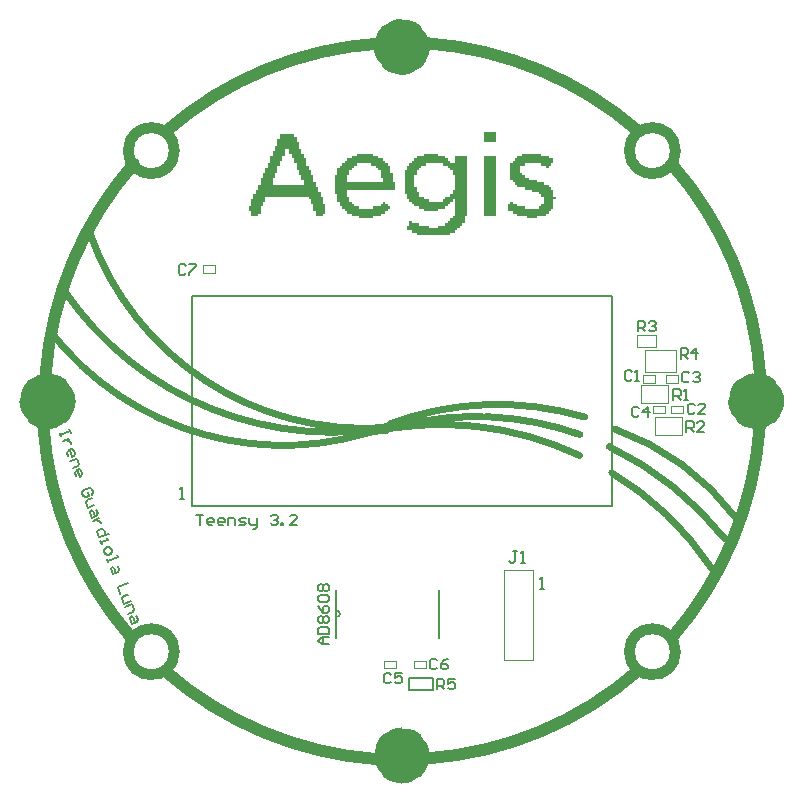
<source format=gto>
G04*
G04 #@! TF.GenerationSoftware,Altium Limited,Altium Designer,19.1.5 (86)*
G04*
G04 Layer_Color=65535*
%FSLAX25Y25*%
%MOIN*%
G70*
G01*
G75*
%ADD10C,0.03583*%
%ADD11C,0.03937*%
%ADD12C,0.02756*%
%ADD13C,0.02362*%
%ADD14C,0.15748*%
%ADD15C,0.00787*%
%ADD16C,0.01575*%
%ADD17C,0.00394*%
%ADD18C,0.00591*%
%ADD19C,0.00669*%
G36*
X-35846Y88148D02*
X-35046D01*
Y87348D01*
Y86548D01*
X-34246D01*
Y85748D01*
Y84948D01*
Y84148D01*
X-33446D01*
Y83348D01*
Y82548D01*
X-32646D01*
Y81748D01*
Y80948D01*
X-31846D01*
Y80148D01*
Y79348D01*
Y78548D01*
X-31046D01*
Y77748D01*
Y76948D01*
X-30246D01*
Y76148D01*
Y75348D01*
X-29446D01*
Y74548D01*
Y73748D01*
Y72948D01*
X-28646D01*
Y72148D01*
Y71348D01*
X-27846D01*
Y70548D01*
Y69748D01*
X-27046D01*
Y68948D01*
Y68148D01*
X-26246D01*
Y67348D01*
Y66548D01*
Y65748D01*
X-25446D01*
Y64948D01*
Y64148D01*
Y63348D01*
Y62548D01*
X-26246D01*
Y61748D01*
X-28646D01*
Y62548D01*
Y63348D01*
X-29446D01*
Y64148D01*
Y64948D01*
Y65748D01*
X-30246D01*
Y66548D01*
Y67348D01*
X-31046D01*
Y68148D01*
X-45446D01*
Y67348D01*
Y66548D01*
X-46246D01*
Y65748D01*
Y64948D01*
X-47046D01*
Y64148D01*
Y63348D01*
Y62548D01*
X-47846D01*
Y61748D01*
X-50246D01*
Y62548D01*
Y63348D01*
X-51046D01*
Y64148D01*
Y64948D01*
X-50246D01*
Y65748D01*
Y66548D01*
Y67348D01*
X-49446D01*
Y68148D01*
Y68948D01*
X-48646D01*
Y69748D01*
Y70548D01*
X-47846D01*
Y71348D01*
Y72148D01*
X-47046D01*
Y72948D01*
Y73748D01*
Y74548D01*
X-46246D01*
Y75348D01*
Y76148D01*
X-45446D01*
Y76948D01*
Y77748D01*
X-44646D01*
Y78548D01*
Y79348D01*
X-43846D01*
Y80148D01*
Y80948D01*
Y81748D01*
X-43046D01*
Y82548D01*
Y83348D01*
X-42246D01*
Y84148D01*
Y84948D01*
X-41446D01*
Y85748D01*
Y86548D01*
Y87348D01*
X-40646D01*
Y88148D01*
Y88948D01*
X-35846D01*
Y88148D01*
D02*
G37*
G36*
X-9446Y81748D02*
X-7846D01*
Y80948D01*
X-6246D01*
Y80148D01*
X-5446D01*
Y79348D01*
X-4646D01*
Y78548D01*
X-3846D01*
Y77748D01*
Y76948D01*
Y76148D01*
X-3046D01*
Y75348D01*
Y74548D01*
Y73748D01*
Y72948D01*
X-2246D01*
Y72148D01*
Y71348D01*
Y70548D01*
X-18246D01*
Y69748D01*
Y68948D01*
Y68148D01*
X-17446D01*
Y67348D01*
Y66548D01*
X-16646D01*
Y65748D01*
X-15846D01*
Y64948D01*
X-14246D01*
Y64148D01*
X-9446D01*
Y64948D01*
X-7046D01*
Y65748D01*
X-6246D01*
Y66548D01*
X-5446D01*
Y65748D01*
X-4646D01*
Y64948D01*
X-3846D01*
Y64148D01*
X-4646D01*
Y63348D01*
X-5446D01*
Y62548D01*
X-7046D01*
Y61748D01*
X-9446D01*
Y60948D01*
X-14246D01*
Y61748D01*
X-16646D01*
Y62548D01*
X-18246D01*
Y63348D01*
X-19046D01*
Y64148D01*
X-19846D01*
Y64948D01*
X-20646D01*
Y65748D01*
Y66548D01*
X-21446D01*
Y67348D01*
Y68148D01*
Y68948D01*
X-22246D01*
Y69748D01*
Y70548D01*
Y71348D01*
Y72148D01*
Y72948D01*
Y73748D01*
Y74548D01*
Y75348D01*
X-21446D01*
Y76148D01*
Y76948D01*
Y77748D01*
X-20646D01*
Y78548D01*
X-19846D01*
Y79348D01*
X-19046D01*
Y80148D01*
X-18246D01*
Y80948D01*
X-16646D01*
Y81748D01*
X-15046D01*
Y82548D01*
X-9446D01*
Y81748D01*
D02*
G37*
G36*
X12154D02*
X14554D01*
Y80948D01*
X15354D01*
Y80148D01*
X16154D01*
Y79348D01*
X17754D01*
Y80148D01*
Y80948D01*
Y81748D01*
X21754D01*
Y80948D01*
Y80148D01*
Y79348D01*
Y78548D01*
Y77748D01*
Y76948D01*
Y76148D01*
Y75348D01*
Y74548D01*
Y73748D01*
Y72948D01*
Y72148D01*
Y71348D01*
Y70548D01*
Y69748D01*
Y68948D01*
Y68148D01*
Y67348D01*
Y66548D01*
Y65748D01*
Y64948D01*
Y64148D01*
Y63348D01*
Y62548D01*
Y61748D01*
X20954D01*
Y60948D01*
Y60148D01*
Y59348D01*
X20154D01*
Y58548D01*
X19354D01*
Y57748D01*
X18554D01*
Y56948D01*
X17754D01*
Y56148D01*
X16154D01*
Y55348D01*
X4954D01*
Y56148D01*
X3354D01*
Y56948D01*
X1754D01*
Y57748D01*
Y58548D01*
X2554D01*
Y59348D01*
Y60148D01*
X3354D01*
Y59348D01*
X5754D01*
Y58548D01*
X8954D01*
Y57748D01*
X12154D01*
Y58548D01*
X14554D01*
Y59348D01*
X15354D01*
Y60148D01*
X16154D01*
Y60948D01*
X16954D01*
Y61748D01*
X17754D01*
Y62548D01*
Y63348D01*
Y64148D01*
Y64948D01*
Y65748D01*
Y66548D01*
Y67348D01*
X16954D01*
Y66548D01*
X16154D01*
Y65748D01*
X15354D01*
Y64948D01*
X14554D01*
Y64148D01*
X12154D01*
Y63348D01*
X7354D01*
Y64148D01*
X5754D01*
Y64948D01*
X4154D01*
Y65748D01*
X3354D01*
Y66548D01*
X2554D01*
Y67348D01*
X1754D01*
Y68148D01*
Y68948D01*
X954D01*
Y69748D01*
Y70548D01*
Y71348D01*
Y72148D01*
Y72948D01*
Y73748D01*
Y74548D01*
Y75348D01*
Y76148D01*
Y76948D01*
X1754D01*
Y77748D01*
Y78548D01*
X2554D01*
Y79348D01*
X3354D01*
Y80148D01*
X4154D01*
Y80948D01*
X4954D01*
Y81748D01*
X7354D01*
Y82548D01*
X12154D01*
Y81748D01*
D02*
G37*
G36*
X31354Y80948D02*
Y80148D01*
Y79348D01*
Y78548D01*
Y77748D01*
Y76948D01*
Y76148D01*
Y75348D01*
Y74548D01*
Y73748D01*
Y72948D01*
Y72148D01*
Y71348D01*
Y70548D01*
Y69748D01*
Y68948D01*
Y68148D01*
Y67348D01*
Y66548D01*
Y65748D01*
Y64948D01*
Y64148D01*
Y63348D01*
Y62548D01*
Y61748D01*
X27354D01*
Y62548D01*
Y63348D01*
Y64148D01*
Y64948D01*
Y65748D01*
Y66548D01*
Y67348D01*
Y68148D01*
Y68948D01*
Y69748D01*
Y70548D01*
Y71348D01*
Y72148D01*
Y72948D01*
Y73748D01*
Y74548D01*
Y75348D01*
Y76148D01*
Y76948D01*
Y77748D01*
Y78548D01*
Y79348D01*
Y80148D01*
Y80948D01*
Y81748D01*
X31354D01*
Y80948D01*
D02*
G37*
G36*
X46554Y81748D02*
X48954D01*
Y80948D01*
X50554D01*
Y80148D01*
Y79348D01*
X49754D01*
Y78548D01*
X48954D01*
Y77748D01*
X48154D01*
Y78548D01*
X46554D01*
Y79348D01*
X40954D01*
Y78548D01*
X39354D01*
Y77748D01*
Y76948D01*
Y76148D01*
X40154D01*
Y75348D01*
X40954D01*
Y74548D01*
X42554D01*
Y73748D01*
X44954D01*
Y72948D01*
X47354D01*
Y72148D01*
X48954D01*
Y71348D01*
X49754D01*
Y70548D01*
X50554D01*
Y69748D01*
Y68948D01*
Y68148D01*
X51354D01*
Y67348D01*
X50554D01*
Y66548D01*
Y65748D01*
Y64948D01*
Y64148D01*
X49754D01*
Y63348D01*
X48954D01*
Y62548D01*
X48154D01*
Y61748D01*
X44954D01*
Y60948D01*
X41754D01*
Y61748D01*
X38554D01*
Y62548D01*
X36954D01*
Y63348D01*
X35354D01*
Y64148D01*
Y64948D01*
Y65748D01*
X36154D01*
Y66548D01*
X36954D01*
Y65748D01*
X38554D01*
Y64948D01*
X40954D01*
Y64148D01*
X45754D01*
Y64948D01*
X46554D01*
Y65748D01*
X47354D01*
Y66548D01*
Y67348D01*
Y68148D01*
X46554D01*
Y68948D01*
X45754D01*
Y69748D01*
X43354D01*
Y70548D01*
X40954D01*
Y71348D01*
X38554D01*
Y72148D01*
X37754D01*
Y72948D01*
X36954D01*
Y73748D01*
X36154D01*
Y74548D01*
Y75348D01*
Y76148D01*
Y76948D01*
Y77748D01*
Y78548D01*
Y79348D01*
X36954D01*
Y80148D01*
X37754D01*
Y80948D01*
X38554D01*
Y81748D01*
X40154D01*
Y82548D01*
X46554D01*
Y81748D01*
D02*
G37*
G36*
X31354Y88948D02*
Y88148D01*
Y87348D01*
Y86548D01*
X27354D01*
Y87348D01*
Y88148D01*
Y88948D01*
Y89748D01*
X31354D01*
Y88948D01*
D02*
G37*
%LPC*%
G36*
X-37446Y84148D02*
X-39046D01*
Y83348D01*
Y82548D01*
Y81748D01*
X-39846D01*
Y80948D01*
Y80148D01*
X-40646D01*
Y79348D01*
Y78548D01*
X-41446D01*
Y77748D01*
Y76948D01*
Y76148D01*
X-42246D01*
Y75348D01*
Y74548D01*
X-43046D01*
Y73748D01*
Y72948D01*
Y72148D01*
X-32646D01*
Y72948D01*
Y73748D01*
X-33446D01*
Y74548D01*
Y75348D01*
X-34246D01*
Y76148D01*
Y76948D01*
X-35046D01*
Y77748D01*
Y78548D01*
Y79348D01*
X-35846D01*
Y80148D01*
Y80948D01*
X-36646D01*
Y81748D01*
Y82548D01*
X-37446D01*
Y83348D01*
Y84148D01*
D02*
G37*
G36*
X-10246Y79348D02*
X-15046D01*
Y78548D01*
X-15846D01*
Y77748D01*
X-16646D01*
Y76948D01*
X-17446D01*
Y76148D01*
Y75348D01*
X-18246D01*
Y74548D01*
Y73748D01*
Y72948D01*
X-6246D01*
Y73748D01*
Y74548D01*
X-7046D01*
Y75348D01*
Y76148D01*
Y76948D01*
X-7846D01*
Y77748D01*
X-8646D01*
Y78548D01*
X-10246D01*
Y79348D01*
D02*
G37*
G36*
X13754D02*
X8154D01*
Y78548D01*
X6554D01*
Y77748D01*
X5754D01*
Y76948D01*
X4954D01*
Y76148D01*
Y75348D01*
X4154D01*
Y74548D01*
Y73748D01*
Y72948D01*
Y72148D01*
Y71348D01*
X4954D01*
Y70548D01*
Y69748D01*
X5754D01*
Y68948D01*
Y68148D01*
X7354D01*
Y67348D01*
X8954D01*
Y66548D01*
X13754D01*
Y67348D01*
X14554D01*
Y68148D01*
X16154D01*
Y68948D01*
X16954D01*
Y69748D01*
Y70548D01*
X17754D01*
Y71348D01*
Y72148D01*
Y72948D01*
Y73748D01*
Y74548D01*
Y75348D01*
X16954D01*
Y76148D01*
Y76948D01*
X16154D01*
Y77748D01*
X15354D01*
Y78548D01*
X13754D01*
Y79348D01*
D02*
G37*
%LPD*%
D10*
X-75839Y83517D02*
G03*
X-75839Y83517I-7677J0D01*
G01*
X91194D02*
G03*
X91194Y83517I-7677J0D01*
G01*
Y-83517D02*
G03*
X91194Y-83517I-7677J0D01*
G01*
X-75839D02*
G03*
X-75839Y-83517I-7677J0D01*
G01*
D11*
X119445Y8730D02*
G03*
X90180Y78809I-119445J-8730D01*
G01*
X-119445Y-8730D02*
G03*
X-90180Y-78809I119445J8730D01*
G01*
X8730Y-119051D02*
G03*
X78809Y-89786I-8730J119445D01*
G01*
X-78956Y-89908D02*
G03*
X-8661Y-119291I79346J91045D01*
G01*
X-7619Y119207D02*
G03*
X-78119Y90364I7619J-119207D01*
G01*
X-89370Y79134D02*
G03*
X-118754Y8840I91045J-79346D01*
G01*
X78956Y89908D02*
G03*
X8661Y119291I-79346J-91045D01*
G01*
X89908Y-78956D02*
G03*
X119291Y-8661I-91045J79346D01*
G01*
D12*
X-78956Y-89908D02*
G03*
X-8661Y-119291I79346J91045D01*
G01*
D13*
X103150Y-55512D02*
G03*
X70000Y-23908I-87114J-58186D01*
G01*
X107480Y-45669D02*
G03*
X69190Y-15172I-85951J-68629D01*
G01*
X111540Y-39142D02*
G03*
X70929Y-9272I-69481J-51924D01*
G01*
X-117376Y23544D02*
G03*
X-3543Y-7874I77809J59989D01*
G01*
X59190Y-18064D02*
G03*
X-11811Y-10630I-46187J-98353D01*
G01*
X-112813Y37256D02*
G03*
X745Y-7688I89711J60736D01*
G01*
X-103928Y55870D02*
G03*
X-5543Y-8850I91795J32402D01*
G01*
X60976Y-5289D02*
G03*
X-3840Y-7513I-29062J-98668D01*
G01*
X59351Y-11115D02*
G03*
X-787Y-8268I-34785J-98185D01*
G01*
D14*
X1575Y118110D02*
G03*
X1575Y118110I-1575J0D01*
G01*
Y-118110D02*
G03*
X1575Y-118110I-1575J0D01*
G01*
X-116535Y0D02*
G03*
X-116535Y0I-1575J0D01*
G01*
X119685D02*
G03*
X119685Y0I-1575J0D01*
G01*
D15*
X-21925Y-72116D02*
G03*
X-21925Y-69616I0J1250D01*
G01*
Y-78780D02*
Y-62953D01*
X12472Y-78780D02*
X12476Y-62953D01*
X70000Y-35000D02*
Y35000D01*
X-70000Y-35000D02*
X60394Y-35000D01*
X-70000Y-2500D02*
Y35000D01*
Y-35000D02*
Y-2500D01*
X60394Y-35000D02*
X70000D01*
X-70000Y35000D02*
X70000Y35000D01*
X46161Y-62697D02*
X47473D01*
X46817D01*
Y-58761D01*
X46161Y-59417D01*
X-74016Y-32677D02*
X-72704D01*
X-73360D01*
Y-28741D01*
X-74016Y-29397D01*
X11811Y-96063D02*
Y-92521D01*
X13582D01*
X14173Y-93111D01*
Y-94292D01*
X13582Y-94882D01*
X11811D01*
X12992D02*
X14173Y-96063D01*
X17715Y-92521D02*
X15353D01*
Y-94292D01*
X16534Y-93701D01*
X17124D01*
X17715Y-94292D01*
Y-95473D01*
X17124Y-96063D01*
X15944D01*
X15353Y-95473D01*
X38451Y-50001D02*
X37139D01*
X37795D01*
Y-53281D01*
X37139Y-53937D01*
X36483D01*
X35827Y-53281D01*
X39762Y-53937D02*
X41074D01*
X40418D01*
Y-50001D01*
X39762Y-50657D01*
X-72048Y45078D02*
X-72638Y45668D01*
X-73819D01*
X-74410Y45078D01*
Y42716D01*
X-73819Y42126D01*
X-72638D01*
X-72048Y42716D01*
X-70867Y45668D02*
X-68506D01*
Y45078D01*
X-70867Y42716D01*
Y42126D01*
X11810Y-86418D02*
X11220Y-85828D01*
X10039D01*
X9449Y-86418D01*
Y-88780D01*
X10039Y-89370D01*
X11220D01*
X11810Y-88780D01*
X15352Y-85828D02*
X14172Y-86418D01*
X12991Y-87599D01*
Y-88780D01*
X13581Y-89370D01*
X14762D01*
X15352Y-88780D01*
Y-88189D01*
X14762Y-87599D01*
X12991D01*
X-3544Y-91143D02*
X-4134Y-90552D01*
X-5315D01*
X-5906Y-91143D01*
Y-93504D01*
X-5315Y-94095D01*
X-4134D01*
X-3544Y-93504D01*
X-2Y-90552D02*
X-2363D01*
Y-92323D01*
X-1183Y-91733D01*
X-592D01*
X-2Y-92323D01*
Y-93504D01*
X-592Y-94095D01*
X-1773D01*
X-2363Y-93504D01*
D16*
X-6693Y-9843D02*
X-5118D01*
D17*
X34213Y-86417D02*
X43720D01*
X34213Y-56417D02*
X43720D01*
X34213Y-86417D02*
Y-56417D01*
X43720Y-86417D02*
Y-56417D01*
X-66220Y42795D02*
Y45394D01*
X-62126D01*
Y42795D02*
Y45394D01*
X-66220Y42795D02*
X-62126D01*
X78347Y18110D02*
X84646D01*
Y22047D01*
X78347D02*
X84646D01*
X78347Y18110D02*
Y22047D01*
X80905Y9646D02*
X91535D01*
Y17126D01*
X80905D02*
X91535D01*
X80905Y9646D02*
Y17126D01*
X8110Y-89095D02*
Y-86496D01*
X4016Y-89095D02*
X8110D01*
X4016D02*
Y-86496D01*
X8110D01*
X-5984Y-89095D02*
Y-86496D01*
X-1890D01*
Y-89095D02*
Y-86496D01*
X-5984Y-89095D02*
X-1890D01*
X84449Y-11220D02*
X93504D01*
Y-5315D01*
X84449D02*
X93504D01*
X84449Y-11220D02*
Y-5315D01*
X89685Y-4055D02*
Y-1457D01*
X93779D01*
Y-4055D02*
Y-1457D01*
X89685Y-4055D02*
X93779D01*
X83780D02*
Y-1457D01*
X87874D01*
Y-4055D02*
Y-1457D01*
X83780Y-4055D02*
X87874D01*
X79724Y-591D02*
Y5315D01*
X88779D01*
Y-591D02*
Y5315D01*
X79724Y-591D02*
X88779D01*
X88110Y6181D02*
Y8779D01*
X92205D01*
Y6181D02*
Y8779D01*
X88110Y6181D02*
X92205D01*
X84331D02*
Y8779D01*
X80236Y6181D02*
X84331D01*
X80236D02*
Y8779D01*
X84331D01*
D18*
X2402Y-96142D02*
Y-92126D01*
X10236D01*
Y-96142D02*
Y-92126D01*
X2402Y-96142D02*
X10236D01*
D19*
X-110785Y-9370D02*
X-110367Y-10475D01*
X-110576Y-9922D01*
X-113889Y-11177D01*
X-114098Y-10625D01*
X-113679Y-11729D01*
X-110844Y-12549D02*
X-113052Y-13385D01*
X-111948Y-12967D01*
X-111187Y-13310D01*
X-110425Y-13653D01*
X-110216Y-14205D01*
X-111170Y-18354D02*
X-111588Y-17250D01*
X-111245Y-16489D01*
X-110141Y-16071D01*
X-109380Y-16413D01*
X-108962Y-17518D01*
X-109305Y-18279D01*
X-109857Y-18488D01*
X-110693Y-16280D01*
X-110543Y-20010D02*
X-108334Y-19174D01*
X-107707Y-20830D01*
X-108050Y-21591D01*
X-109706Y-22219D01*
X-108660Y-24979D02*
X-109079Y-23875D01*
X-108736Y-23114D01*
X-107632Y-22695D01*
X-106870Y-23039D01*
X-106452Y-24143D01*
X-106795Y-24904D01*
X-107347Y-25113D01*
X-108184Y-22905D01*
X-103182Y-31111D02*
X-102839Y-30349D01*
X-103257Y-29245D01*
X-104018Y-28902D01*
X-106226Y-29739D01*
X-106569Y-30500D01*
X-106151Y-31604D01*
X-105390Y-31947D01*
X-104286Y-31529D01*
X-104704Y-30425D01*
X-103315Y-32424D02*
X-104972Y-33051D01*
X-105315Y-33812D01*
X-104687Y-35469D01*
X-102479Y-34632D01*
X-101851Y-36288D02*
X-101433Y-37393D01*
X-101776Y-38154D01*
X-103433Y-38781D01*
X-104060Y-37125D01*
X-103717Y-36364D01*
X-102956Y-36707D01*
X-102328Y-38363D01*
X-100806Y-39049D02*
X-103014Y-39885D01*
X-101910Y-39467D01*
X-101149Y-39810D01*
X-100388Y-40153D01*
X-100179Y-40705D01*
X-97610Y-44151D02*
X-100923Y-45406D01*
X-101550Y-43750D01*
X-101207Y-42989D01*
X-100103Y-42570D01*
X-99342Y-42913D01*
X-98715Y-44570D01*
X-100505Y-46510D02*
X-100086Y-47614D01*
X-100296Y-47062D01*
X-98087Y-46226D01*
X-98296Y-45674D01*
X-99250Y-49823D02*
X-98832Y-50927D01*
X-98071Y-51270D01*
X-96966Y-50852D01*
X-96623Y-50090D01*
X-97042Y-48986D01*
X-97803Y-48643D01*
X-98907Y-49062D01*
X-99250Y-49823D01*
X-98204Y-52583D02*
X-97786Y-53687D01*
X-97995Y-53135D01*
X-94683Y-51881D01*
X-94892Y-51328D01*
X-94741Y-55059D02*
X-94323Y-56163D01*
X-94666Y-56924D01*
X-96322Y-57552D01*
X-96950Y-55896D01*
X-96607Y-55134D01*
X-95846Y-55477D01*
X-95218Y-57134D01*
X-91337Y-60714D02*
X-94649Y-61968D01*
X-93813Y-64177D01*
X-91186Y-64445D02*
X-92843Y-65072D01*
X-93186Y-65833D01*
X-92558Y-67489D01*
X-90350Y-66653D01*
X-92140Y-68594D02*
X-89932Y-67757D01*
X-89304Y-69413D01*
X-89647Y-70174D01*
X-91303Y-70802D01*
X-88468Y-71622D02*
X-88050Y-72726D01*
X-88393Y-73487D01*
X-90049Y-74114D01*
X-90676Y-72458D01*
X-90333Y-71697D01*
X-89572Y-72040D01*
X-88945Y-73696D01*
X-68504Y-37796D02*
X-66142D01*
X-67323D01*
Y-41339D01*
X-63191D02*
X-64371D01*
X-64962Y-40748D01*
Y-39568D01*
X-64371Y-38977D01*
X-63191D01*
X-62600Y-39568D01*
Y-40158D01*
X-64962D01*
X-59649Y-41339D02*
X-60829D01*
X-61420Y-40748D01*
Y-39568D01*
X-60829Y-38977D01*
X-59649D01*
X-59058Y-39568D01*
Y-40158D01*
X-61420D01*
X-57877Y-41339D02*
Y-38977D01*
X-56106D01*
X-55516Y-39568D01*
Y-41339D01*
X-54335D02*
X-52564D01*
X-51974Y-40748D01*
X-52564Y-40158D01*
X-53745D01*
X-54335Y-39568D01*
X-53745Y-38977D01*
X-51974D01*
X-50793D02*
Y-40748D01*
X-50203Y-41339D01*
X-48432D01*
Y-41929D01*
X-49022Y-42519D01*
X-49612D01*
X-48432Y-41339D02*
Y-38977D01*
X-43709Y-38387D02*
X-43119Y-37796D01*
X-41938D01*
X-41347Y-38387D01*
Y-38977D01*
X-41938Y-39568D01*
X-42528D01*
X-41938D01*
X-41347Y-40158D01*
Y-40748D01*
X-41938Y-41339D01*
X-43119D01*
X-43709Y-40748D01*
X-40167Y-41339D02*
Y-40748D01*
X-39576D01*
Y-41339D01*
X-40167D01*
X-34853D02*
X-37215D01*
X-34853Y-38977D01*
Y-38387D01*
X-35444Y-37796D01*
X-36625D01*
X-37215Y-38387D01*
X92913Y14173D02*
Y17715D01*
X94684D01*
X95275Y17125D01*
Y15944D01*
X94684Y15354D01*
X92913D01*
X94094D02*
X95275Y14173D01*
X98227D02*
Y17715D01*
X96456Y15944D01*
X98817D01*
X78740Y23228D02*
Y26770D01*
X80511D01*
X81102Y26180D01*
Y24999D01*
X80511Y24409D01*
X78740D01*
X79921D02*
X81102Y23228D01*
X82282Y26180D02*
X82873Y26770D01*
X84053D01*
X84644Y26180D01*
Y25590D01*
X84053Y24999D01*
X83463D01*
X84053D01*
X84644Y24409D01*
Y23819D01*
X84053Y23228D01*
X82873D01*
X82282Y23819D01*
X94882Y-10236D02*
Y-6694D01*
X96653D01*
X97243Y-7284D01*
Y-8465D01*
X96653Y-9055D01*
X94882D01*
X96063D02*
X97243Y-10236D01*
X100786D02*
X98424D01*
X100786Y-7875D01*
Y-7284D01*
X100195Y-6694D01*
X99014D01*
X98424Y-7284D01*
X90551Y394D02*
Y3936D01*
X92322D01*
X92913Y3345D01*
Y2165D01*
X92322Y1574D01*
X90551D01*
X91732D02*
X92913Y394D01*
X94093D02*
X95274D01*
X94684D01*
Y3936D01*
X94093Y3345D01*
X79035Y-2363D02*
X78444Y-1773D01*
X77264D01*
X76673Y-2363D01*
Y-4725D01*
X77264Y-5315D01*
X78444D01*
X79035Y-4725D01*
X81986Y-5315D02*
Y-1773D01*
X80215Y-3544D01*
X82577D01*
X95865Y9251D02*
X95275Y9841D01*
X94094D01*
X93504Y9251D01*
Y6890D01*
X94094Y6299D01*
X95275D01*
X95865Y6890D01*
X97046Y9251D02*
X97636Y9841D01*
X98817D01*
X99408Y9251D01*
Y8661D01*
X98817Y8070D01*
X98227D01*
X98817D01*
X99408Y7480D01*
Y6890D01*
X98817Y6299D01*
X97636D01*
X97046Y6890D01*
X97637Y-1379D02*
X97047Y-789D01*
X95866D01*
X95276Y-1379D01*
Y-3740D01*
X95866Y-4331D01*
X97047D01*
X97637Y-3740D01*
X101179Y-4331D02*
X98818D01*
X101179Y-1969D01*
Y-1379D01*
X100589Y-789D01*
X99408D01*
X98818Y-1379D01*
X76673Y9645D02*
X76082Y10235D01*
X74901D01*
X74311Y9645D01*
Y7283D01*
X74901Y6693D01*
X76082D01*
X76673Y7283D01*
X77853Y6693D02*
X79034D01*
X78443D01*
Y10235D01*
X77853Y9645D01*
X-24409Y-81102D02*
X-26771D01*
X-27952Y-79922D01*
X-26771Y-78741D01*
X-24409D01*
X-26180D01*
Y-81102D01*
X-27952Y-77560D02*
X-24409D01*
Y-75789D01*
X-25000Y-75199D01*
X-27361D01*
X-27952Y-75789D01*
Y-77560D01*
X-27361Y-74018D02*
X-27952Y-73428D01*
Y-72247D01*
X-27361Y-71657D01*
X-26771D01*
X-26180Y-72247D01*
X-25590Y-71657D01*
X-25000D01*
X-24409Y-72247D01*
Y-73428D01*
X-25000Y-74018D01*
X-25590D01*
X-26180Y-73428D01*
X-26771Y-74018D01*
X-27361D01*
X-26180Y-73428D02*
Y-72247D01*
X-27952Y-68114D02*
X-27361Y-69295D01*
X-26180Y-70476D01*
X-25000D01*
X-24409Y-69885D01*
Y-68705D01*
X-25000Y-68114D01*
X-25590D01*
X-26180Y-68705D01*
Y-70476D01*
X-27361Y-66934D02*
X-27952Y-66343D01*
Y-65163D01*
X-27361Y-64572D01*
X-25000D01*
X-24409Y-65163D01*
Y-66343D01*
X-25000Y-66934D01*
X-27361D01*
Y-63392D02*
X-27952Y-62801D01*
Y-61620D01*
X-27361Y-61030D01*
X-26771D01*
X-26180Y-61620D01*
X-25590Y-61030D01*
X-25000D01*
X-24409Y-61620D01*
Y-62801D01*
X-25000Y-63392D01*
X-25590D01*
X-26180Y-62801D01*
X-26771Y-63392D01*
X-27361D01*
X-26180Y-62801D02*
Y-61620D01*
M02*

</source>
